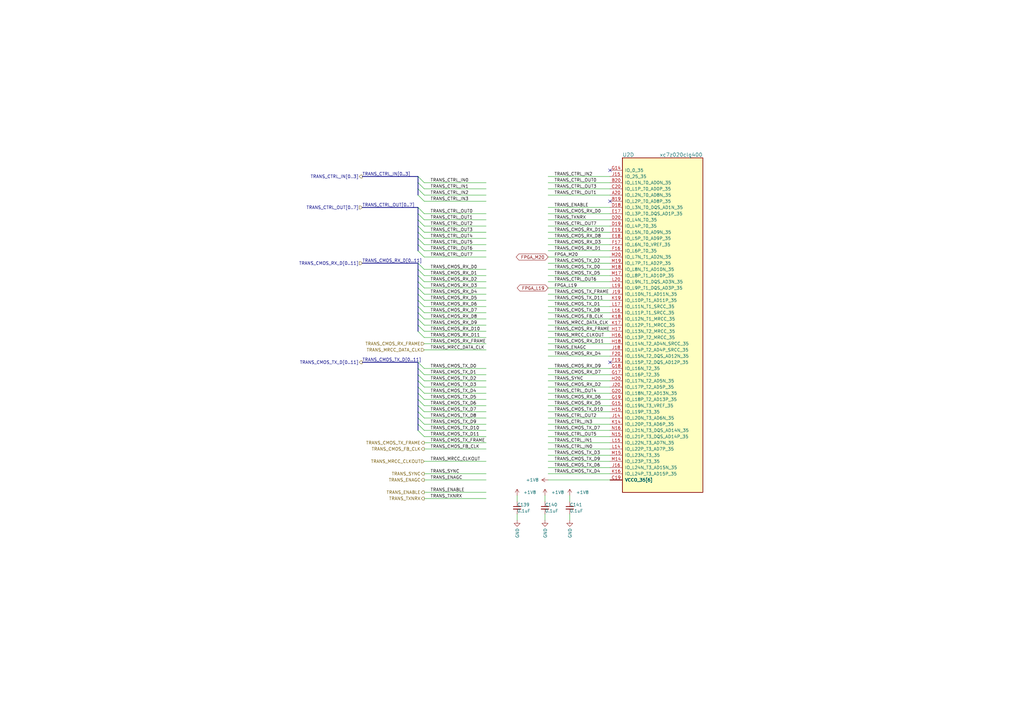
<source format=kicad_sch>
(kicad_sch (version 20220126) (generator eeschema)
  (paper "A3")
  (lib_symbols
    (symbol "7z010_ddr:xc7z020clg400" (pin_names (offset 1.016))
      (property "Reference" "U" (at 2.54 6.35 0))
      (property "Value" "xc7z020clg400" (at 12.7 6.35 0))
      (symbol "xc7z020clg400_1_1"
        (pin power_in line (at 0 -17.78 0) (length 5.08) (name "RSVDGND") (number "F10"))
        (pin power_in line (at 0 -40.64 0) (length 5.08) (name "VCCBATT_0") (number "F11"))
        (pin output line (at 0 -33.02 0) (length 5.08) (name "TDO_0") (number "F6"))
        (pin input line (at 0 -27.94 0) (length 5.08) (name "TCK_0") (number "F9"))
        (pin input line (at 0 -30.48 0) (length 5.08) (name "TDI_0") (number "G6"))
        (pin power_in line (at 0 -10.16 0) (length 5.08) (name "GNDADC_0") (number "J10"))
        (pin input line (at 0 -35.56 0) (length 5.08) (name "TMS_0") (number "J6"))
        (pin power_in line (at 0 -38.1 0) (length 5.08) (name "VCCADC_0") (number "J9"))
        (pin input line (at 0 -50.8 0) (length 5.08) (name "VREFN_0") (number "K10"))
        (pin power_in line (at 0 -43.18 0) (length 5.08) (name "VCCO_0") (number "K6"))
        (pin input line (at 0 -48.26 0) (length 5.08) (name "VP_0") (number "K9"))
        (pin input line (at 0 -45.72 0) (length 5.08) (name "VN_0") (number "L10"))
        (pin input line (at 0 -15.24 0) (length 5.08) (name "PROGRAM_B_0") (number "L6"))
        (pin input line (at 0 -53.34 0) (length 5.08) (name "VREFP_0") (number "L9"))
        (pin passive line (at 0 -5.08 0) (length 5.08) (name "DXN_0") (number "M10"))
        (pin input line (at 0 0 0) (length 5.08) (name "CFGBVS_0") (number "M6"))
        (pin passive line (at 0 -7.62 0) (length 5.08) (name "DXP_0") (number "M9"))
        (pin power_in line (at 0 -25.4 0) (length 5.08) (name "RSVDVCC3") (number "N6"))
        (pin input line (at 0 -12.7 0) (length 5.08) (name "INIT_B_0") (number "R10"))
        (pin output line (at 0 -2.54 0) (length 5.08) (name "DONE_0") (number "R11"))
        (pin power_in line (at 0 -22.86 0) (length 5.08) (name "RSVDVCC2") (number "R6"))
        (pin power_in line (at 0 -20.32 0) (length 5.08) (name "RSVDVCC1") (number "T6"))
      )
      (symbol "xc7z020clg400_2_1"
        (pin bidirectional line (at 0 -43.18 0) (length 5.08) (name "IO_L19P_T3_13") (number "T5"))
        (pin power_in line (at 0 -66.04 0) (length 5.08) (name "VCCO_13[4]") (number "T8"))
        (pin bidirectional line (at 0 -7.62 0) (length 5.08) (name "IO_L12P_T1_MRCC_13") (number "T9"))
        (pin bidirectional line (at 0 -10.16 0) (length 5.08) (name "IO_L12N_T1_MRCC_13") (number "U10"))
        (pin power_in line (at 0 -66.04 0) (length 5.08) (name "VCCO_13[4]") (number "U11"))
        (pin bidirectional line (at 0 -45.72 0) (length 5.08) (name "IO_L19N_T3_VREF_13") (number "U5"))
        (pin bidirectional line (at 0 -2.54 0) (length 5.08) (name "IO_L11P_T1_SRCC_13") (number "U7"))
        (pin bidirectional line (at 0 -35.56 0) (length 5.08) (name "IO_L17N_T2_13") (number "U8"))
        (pin bidirectional line (at 0 -33.02 0) (length 5.08) (name "IO_L17P_T2_13") (number "U9"))
        (pin bidirectional line (at 0 -55.88 0) (length 5.08) (name "IO_L21N_T3_DQS_13") (number "V10"))
        (pin bidirectional line (at 0 -53.34 0) (length 5.08) (name "IO_L21P_T3_DQS_13") (number "V11"))
        (pin bidirectional line (at 0 0 0) (length 5.08) (name "IO_L6N_T0_VREF_13") (number "V5"))
        (pin bidirectional line (at 0 -58.42 0) (length 5.08) (name "IO_L22P_T3_13") (number "V6"))
        (pin bidirectional line (at 0 -5.08 0) (length 5.08) (name "IO_L11N_T1_SRCC_13") (number "V7"))
        (pin bidirectional line (at 0 -22.86 0) (length 5.08) (name "IO_L15P_T2_DQS_13") (number "V8"))
        (pin bidirectional line (at 0 -27.94 0) (length 5.08) (name "IO_L16P_T2_13") (number "W10"))
        (pin bidirectional line (at 0 -38.1 0) (length 5.08) (name "IO_L18P_T2_13") (number "W11"))
        (pin bidirectional line (at 0 -60.96 0) (length 5.08) (name "IO_L22N_T3_13") (number "W6"))
        (pin power_in line (at 0 -66.04 0) (length 5.08) (name "VCCO_13[4]") (number "W7"))
        (pin bidirectional line (at 0 -25.4 0) (length 5.08) (name "IO_L15N_T2_DQS_13") (number "W8"))
        (pin bidirectional line (at 0 -30.48 0) (length 5.08) (name "IO_L16N_T2_13") (number "W9"))
        (pin power_in line (at 0 -66.04 0) (length 5.08) (name "VCCO_13[4]") (number "Y10"))
        (pin bidirectional line (at 0 -40.64 0) (length 5.08) (name "IO_L18N_T2_13") (number "Y11"))
        (pin bidirectional line (at 0 -48.26 0) (length 5.08) (name "IO_L20P_T3_13") (number "Y12"))
        (pin bidirectional line (at 0 -50.8 0) (length 5.08) (name "IO_L20N_T3_13") (number "Y13"))
        (pin bidirectional line (at 0 -15.24 0) (length 5.08) (name "IO_L13N_T2_MRCC_13") (number "Y6"))
        (pin bidirectional line (at 0 -12.7 0) (length 5.08) (name "IO_L13P_T2_MRCC_13") (number "Y7"))
        (pin bidirectional line (at 0 -20.32 0) (length 5.08) (name "IO_L14N_T2_SRCC_13") (number "Y8"))
        (pin bidirectional line (at 0 -17.78 0) (length 5.08) (name "IO_L14P_T2_SRCC_13") (number "Y9"))
      )
      (symbol "xc7z020clg400_3_1"
        (pin bidirectional line (at 0 -119.38 0) (length 5.08) (name "IO_L23P_T3_34") (number "N17"))
        (pin bidirectional line (at 0 -68.58 0) (length 5.08) (name "IO_L13P_T2_MRCC_34") (number "N18"))
        (pin power_in line (at 0 -127 0) (length 5.08) (name "VCCO_34[6]") (number "N19"))
        (pin bidirectional line (at 0 -73.66 0) (length 5.08) (name "IO_L14P_T2_SRCC_34") (number "N20"))
        (pin bidirectional line (at 0 -33.02 0) (length 5.08) (name "IO_L6P_T0_34") (number "P14"))
        (pin bidirectional line (at 0 -124.46 0) (length 5.08) (name "IO_L24P_T3_34") (number "P15"))
        (pin bidirectional line (at 0 -121.92 0) (length 5.08) (name "IO_L24N_T3_34") (number "P16"))
        (pin bidirectional line (at 0 -116.84 0) (length 5.08) (name "IO_L23N_T3_34") (number "P18"))
        (pin bidirectional line (at 0 -66.04 0) (length 5.08) (name "IO_L13N_T2_MRCC_34") (number "P19"))
        (pin bidirectional line (at 0 -71.12 0) (length 5.08) (name "IO_L14N_T2_SRCC_34") (number "P20"))
        (pin bidirectional line (at 0 -30.48 0) (length 5.08) (name "IO_L6N_T0_VREF_34") (number "R14"))
        (pin power_in line (at 0 -127 0) (length 5.08) (name "VCCO_34[6]") (number "R15"))
        (pin bidirectional line (at 0 -99.06 0) (length 5.08) (name "IO_L19P_T3_34") (number "R16"))
        (pin bidirectional line (at 0 -96.52 0) (length 5.08) (name "IO_L19N_T3_VREF_34") (number "R17"))
        (pin bidirectional line (at 0 -101.6 0) (length 5.08) (name "IO_L20N_T3_34") (number "R18"))
        (pin bidirectional line (at 0 0 0) (length 5.08) (name "IO_0_34") (number "R19"))
        (pin bidirectional line (at 0 -5.08 0) (length 5.08) (name "IO_L1N_T0_34") (number "T10"))
        (pin bidirectional line (at 0 -7.62 0) (length 5.08) (name "IO_L1P_T0_34") (number "T11"))
        (pin bidirectional line (at 0 -12.7 0) (length 5.08) (name "IO_L2P_T0_34") (number "T12"))
        (pin bidirectional line (at 0 -27.94 0) (length 5.08) (name "IO_L5P_T0_34") (number "T14"))
        (pin bidirectional line (at 0 -25.4 0) (length 5.08) (name "IO_L5N_T0_34") (number "T15"))
        (pin bidirectional line (at 0 -48.26 0) (length 5.08) (name "IO_L9P_T1_DQS_34") (number "T16"))
        (pin bidirectional line (at 0 -104.14 0) (length 5.08) (name "IO_L20P_T3_34") (number "T17"))
        (pin power_in line (at 0 -127 0) (length 5.08) (name "VCCO_34[6]") (number "T18"))
        (pin bidirectional line (at 0 -2.54 0) (length 5.08) (name "IO_25_34") (number "T19"))
        (pin bidirectional line (at 0 -78.74 0) (length 5.08) (name "IO_L15P_T2_DQS_34") (number "T20"))
        (pin bidirectional line (at 0 -10.16 0) (length 5.08) (name "IO_L2N_T0_34") (number "U12"))
        (pin bidirectional line (at 0 -17.78 0) (length 5.08) (name "IO_L3P_T0_DQS_PUDC_B_34") (number "U13"))
        (pin bidirectional line (at 0 -58.42 0) (length 5.08) (name "IO_L11P_T1_SRCC_34") (number "U14"))
        (pin bidirectional line (at 0 -55.88 0) (length 5.08) (name "IO_L11N_T1_SRCC_34") (number "U15"))
        (pin bidirectional line (at 0 -45.72 0) (length 5.08) (name "IO_L9N_T1_DQS_34") (number "U17"))
        (pin bidirectional line (at 0 -63.5 0) (length 5.08) (name "IO_L12P_T1_MRCC_34") (number "U18"))
        (pin bidirectional line (at 0 -60.96 0) (length 5.08) (name "IO_L12N_T1_MRCC_34") (number "U19"))
        (pin bidirectional line (at 0 -76.2 0) (length 5.08) (name "IO_L15N_T2_DQS_34") (number "U20"))
        (pin bidirectional line (at 0 -22.86 0) (length 5.08) (name "IO_L4P_T0_34") (number "V12"))
        (pin bidirectional line (at 0 -15.24 0) (length 5.08) (name "IO_L3N_T0_DQS_34") (number "V13"))
        (pin power_in line (at 0 -127 0) (length 5.08) (name "VCCO_34[6]") (number "V14"))
        (pin bidirectional line (at 0 -53.34 0) (length 5.08) (name "IO_L10P_T1_34") (number "V15"))
        (pin bidirectional line (at 0 -93.98 0) (length 5.08) (name "IO_L18P_T2_34") (number "V16"))
        (pin bidirectional line (at 0 -109.22 0) (length 5.08) (name "IO_L21P_T3_DQS_34") (number "V17"))
        (pin bidirectional line (at 0 -106.68 0) (length 5.08) (name "IO_L21N_T3_DQS_34") (number "V18"))
        (pin bidirectional line (at 0 -83.82 0) (length 5.08) (name "IO_L16P_T2_34") (number "V20"))
        (pin bidirectional line (at 0 -20.32 0) (length 5.08) (name "IO_L4N_T0_34") (number "W13"))
        (pin bidirectional line (at 0 -43.18 0) (length 5.08) (name "IO_L8P_T1_34") (number "W14"))
        (pin bidirectional line (at 0 -50.8 0) (length 5.08) (name "IO_L10N_T1_34") (number "W15"))
        (pin bidirectional line (at 0 -91.44 0) (length 5.08) (name "IO_L18N_T2_34") (number "W16"))
        (pin power_in line (at 0 -127 0) (length 5.08) (name "VCCO_34[6]") (number "W17"))
        (pin bidirectional line (at 0 -114.3 0) (length 5.08) (name "IO_L22P_T3_34") (number "W18"))
        (pin bidirectional line (at 0 -111.76 0) (length 5.08) (name "IO_L22N_T3_34") (number "W19"))
        (pin bidirectional line (at 0 -81.28 0) (length 5.08) (name "IO_L16N_T2_34") (number "W20"))
        (pin bidirectional line (at 0 -40.64 0) (length 5.08) (name "IO_L8N_T1_34") (number "Y14"))
        (pin bidirectional line (at 0 -38.1 0) (length 5.08) (name "IO_L7P_T1_34") (number "Y16"))
        (pin bidirectional line (at 0 -35.56 0) (length 5.08) (name "IO_L7N_T1_34") (number "Y17"))
        (pin bidirectional line (at 0 -88.9 0) (length 5.08) (name "IO_L17P_T2_34") (number "Y18"))
        (pin bidirectional line (at 0 -86.36 0) (length 5.08) (name "IO_L17N_T2_34") (number "Y19"))
        (pin power_in line (at 0 -127 0) (length 5.08) (name "VCCO_34[6]") (number "Y20"))
      )
      (symbol "xc7z020clg400_4_1"
        (pin bidirectional line (at 0 -10.16 0) (length 5.08) (name "IO_L2N_T0_AD8N_35") (number "A20"))
        (pin bidirectional line (at 0 -12.7 0) (length 5.08) (name "IO_L2P_T0_AD8P_35") (number "B19"))
        (pin bidirectional line (at 0 -5.08 0) (length 5.08) (name "IO_L1N_T0_AD0N_35") (number "B20"))
        (pin power_in line (at 0 -127 0) (length 5.08) (name "VCCO_35[6]") (number "C19"))
        (pin bidirectional line (at 0 -7.62 0) (length 5.08) (name "IO_L1P_T0_AD0P_35") (number "C20"))
        (pin bidirectional line (at 0 -15.24 0) (length 5.08) (name "IO_L3N_T0_DQS_AD1N_35") (number "D18"))
        (pin bidirectional line (at 0 -22.86 0) (length 5.08) (name "IO_L4P_T0_35") (number "D19"))
        (pin bidirectional line (at 0 -20.32 0) (length 5.08) (name "IO_L4N_T0_35") (number "D20"))
        (pin bidirectional line (at 0 -17.78 0) (length 5.08) (name "IO_L3P_T0_DQS_AD1P_35") (number "E17"))
        (pin bidirectional line (at 0 -27.94 0) (length 5.08) (name "IO_L5P_T0_AD9P_35") (number "E18"))
        (pin bidirectional line (at 0 -25.4 0) (length 5.08) (name "IO_L5N_T0_AD9N_35") (number "E19"))
        (pin bidirectional line (at 0 -33.02 0) (length 5.08) (name "IO_L6P_T0_35") (number "F16"))
        (pin bidirectional line (at 0 -30.48 0) (length 5.08) (name "IO_L6N_T0_VREF_35") (number "F17"))
        (pin power_in line (at 0 -127 0) (length 5.08) (name "VCCO_35[6]") (number "F18"))
        (pin bidirectional line (at 0 -78.74 0) (length 5.08) (name "IO_L15P_T2_DQS_AD12P_35") (number "F19"))
        (pin bidirectional line (at 0 -76.2 0) (length 5.08) (name "IO_L15N_T2_DQS_AD12N_35") (number "F20"))
        (pin bidirectional line (at 0 0 0) (length 5.08) (name "IO_0_35") (number "G14"))
        (pin bidirectional line (at 0 -96.52 0) (length 5.08) (name "IO_L19N_T3_VREF_35") (number "G15"))
        (pin bidirectional line (at 0 -83.82 0) (length 5.08) (name "IO_L16P_T2_35") (number "G17"))
        (pin bidirectional line (at 0 -81.28 0) (length 5.08) (name "IO_L16N_T2_35") (number "G18"))
        (pin bidirectional line (at 0 -93.98 0) (length 5.08) (name "IO_L18P_T2_AD13P_35") (number "G19"))
        (pin bidirectional line (at 0 -91.44 0) (length 5.08) (name "IO_L18N_T2_AD13N_35") (number "G20"))
        (pin power_in line (at 0 -127 0) (length 5.08) (name "VCCO_35[6]") (number "H14"))
        (pin bidirectional line (at 0 -99.06 0) (length 5.08) (name "IO_L19P_T3_35") (number "H15"))
        (pin bidirectional line (at 0 -68.58 0) (length 5.08) (name "IO_L13P_T2_MRCC_35") (number "H16"))
        (pin bidirectional line (at 0 -66.04 0) (length 5.08) (name "IO_L13N_T2_MRCC_35") (number "H17"))
        (pin bidirectional line (at 0 -71.12 0) (length 5.08) (name "IO_L14N_T2_AD4N_SRCC_35") (number "H18"))
        (pin bidirectional line (at 0 -86.36 0) (length 5.08) (name "IO_L17N_T2_AD5N_35") (number "H20"))
        (pin bidirectional line (at 0 -101.6 0) (length 5.08) (name "IO_L20N_T3_AD6N_35") (number "J14"))
        (pin bidirectional line (at 0 -2.54 0) (length 5.08) (name "IO_25_35") (number "J15"))
        (pin bidirectional line (at 0 -121.92 0) (length 5.08) (name "IO_L24N_T3_AD15N_35") (number "J16"))
        (pin power_in line (at 0 -127 0) (length 5.08) (name "VCCO_35[6]") (number "J17"))
        (pin bidirectional line (at 0 -73.66 0) (length 5.08) (name "IO_L14P_T2_AD4P_SRCC_35") (number "J18"))
        (pin bidirectional line (at 0 -50.8 0) (length 5.08) (name "IO_L10N_T1_AD11N_35") (number "J19"))
        (pin bidirectional line (at 0 -88.9 0) (length 5.08) (name "IO_L17P_T2_AD5P_35") (number "J20"))
        (pin bidirectional line (at 0 -104.14 0) (length 5.08) (name "IO_L20P_T3_AD6P_35") (number "K14"))
        (pin bidirectional line (at 0 -124.46 0) (length 5.08) (name "IO_L24P_T3_AD15P_35") (number "K16"))
        (pin bidirectional line (at 0 -63.5 0) (length 5.08) (name "IO_L12P_T1_MRCC_35") (number "K17"))
        (pin bidirectional line (at 0 -60.96 0) (length 5.08) (name "IO_L12N_T1_MRCC_35") (number "K18"))
        (pin bidirectional line (at 0 -53.34 0) (length 5.08) (name "IO_L10P_T1_AD11P_35") (number "K19"))
        (pin power_in line (at 0 -127 0) (length 5.08) (name "VCCO_35[6]") (number "K20"))
        (pin bidirectional line (at 0 -114.3 0) (length 5.08) (name "IO_L22P_T3_AD7P_35") (number "L14"))
        (pin bidirectional line (at 0 -111.76 0) (length 5.08) (name "IO_L22N_T3_AD7N_35") (number "L15"))
        (pin bidirectional line (at 0 -58.42 0) (length 5.08) (name "IO_L11P_T1_SRCC_35") (number "L16"))
        (pin bidirectional line (at 0 -55.88 0) (length 5.08) (name "IO_L11N_T1_SRCC_35") (number "L17"))
        (pin bidirectional line (at 0 -48.26 0) (length 5.08) (name "IO_L9P_T1_DQS_AD3P_35") (number "L19"))
        (pin bidirectional line (at 0 -45.72 0) (length 5.08) (name "IO_L9N_T1_DQS_AD3N_35") (number "L20"))
        (pin bidirectional line (at 0 -119.38 0) (length 5.08) (name "IO_L23P_T3_35") (number "M14"))
        (pin bidirectional line (at 0 -116.84 0) (length 5.08) (name "IO_L23N_T3_35") (number "M15"))
        (pin power_in line (at 0 -127 0) (length 5.08) (name "VCCO_35[6]") (number "M16"))
        (pin bidirectional line (at 0 -43.18 0) (length 5.08) (name "IO_L8P_T1_AD10P_35") (number "M17"))
        (pin bidirectional line (at 0 -40.64 0) (length 5.08) (name "IO_L8N_T1_AD10N_35") (number "M18"))
        (pin bidirectional line (at 0 -38.1 0) (length 5.08) (name "IO_L7P_T1_AD2P_35") (number "M19"))
        (pin bidirectional line (at 0 -35.56 0) (length 5.08) (name "IO_L7N_T1_AD2N_35") (number "M20"))
        (pin bidirectional line (at 0 -109.22 0) (length 5.08) (name "IO_L21P_T3_DQS_AD14P_35") (number "N15"))
        (pin bidirectional line (at 0 -106.68 0) (length 5.08) (name "IO_L21N_T3_DQS_AD14N_35") (number "N16"))
      )
      (symbol "xc7z020clg400_5_1"
        (pin bidirectional line (at 0 -17.78 0) (length 5.08) (name "PS_MIO6_500") (number "A5"))
        (pin bidirectional line (at 0 -15.24 0) (length 5.08) (name "PS_MIO5_500") (number "A6"))
        (pin bidirectional line (at 0 -5.08 0) (length 5.08) (name "PS_MIO1_500") (number "A7"))
        (pin bidirectional line (at 0 -25.4 0) (length 5.08) (name "PS_MIO9_500") (number "B5"))
        (pin power_in line (at 0 -45.72 0) (length 5.08) (name "VCCO_MIO0_500[2]") (number "B6"))
        (pin bidirectional line (at 0 -12.7 0) (length 5.08) (name "PS_MIO4_500") (number "B7"))
        (pin bidirectional line (at 0 -7.62 0) (length 5.08) (name "PS_MIO2_500") (number "B8"))
        (pin bidirectional line (at 0 -38.1 0) (length 5.08) (name "PS_MIO14_500") (number "C5"))
        (pin bidirectional line (at 0 -30.48 0) (length 5.08) (name "PS_MIO11_500") (number "C6"))
        (pin input line (at 0 -43.18 0) (length 5.08) (name "PS_POR_B_500") (number "C7"))
        (pin bidirectional line (at 0 -40.64 0) (length 5.08) (name "PS_MIO15_500") (number "C8"))
        (pin bidirectional line (at 0 -22.86 0) (length 5.08) (name "PS_MIO8_500") (number "D5"))
        (pin bidirectional line (at 0 -10.16 0) (length 5.08) (name "PS_MIO3_500") (number "D6"))
        (pin power_in line (at 0 -45.72 0) (length 5.08) (name "VCCO_MIO0_500[2]") (number "D7"))
        (pin bidirectional line (at 0 -20.32 0) (length 5.08) (name "PS_MIO7_500") (number "D8"))
        (pin bidirectional line (at 0 -33.02 0) (length 5.08) (name "PS_MIO12_500") (number "D9"))
        (pin bidirectional line (at 0 -2.54 0) (length 5.08) (name "PS_MIO0_500") (number "E6"))
        (pin input line (at 0 0 0) (length 5.08) (name "PS_CLK_500") (number "E7"))
        (pin bidirectional line (at 0 -35.56 0) (length 5.08) (name "PS_MIO13_500") (number "E8"))
        (pin bidirectional line (at 0 -27.94 0) (length 5.08) (name "PS_MIO10_500") (number "E9"))
      )
      (symbol "xc7z020clg400_6_1"
        (pin bidirectional line (at 0 -53.34 0) (length 5.08) (name "PS_MIO37_501") (number "A10"))
        (pin bidirectional line (at 0 -50.8 0) (length 5.08) (name "PS_MIO36_501") (number "A11"))
        (pin bidirectional line (at 0 -45.72 0) (length 5.08) (name "PS_MIO34_501") (number "A12"))
        (pin power_in line (at 0 -101.6 0) (length 5.08) (name "VCCO_MIO1_501[4]") (number "A13"))
        (pin bidirectional line (at 0 -40.64 0) (length 5.08) (name "PS_MIO32_501") (number "A14"))
        (pin bidirectional line (at 0 -25.4 0) (length 5.08) (name "PS_MIO26_501") (number "A15"))
        (pin bidirectional line (at 0 -20.32 0) (length 5.08) (name "PS_MIO24_501") (number "A16"))
        (pin bidirectional line (at 0 -10.16 0) (length 5.08) (name "PS_MIO20_501") (number "A17"))
        (pin bidirectional line (at 0 0 0) (length 5.08) (name "PS_MIO16_501") (number "A19"))
        (pin bidirectional line (at 0 -68.58 0) (length 5.08) (name "PS_MIO43_501") (number "A9"))
        (pin input line (at 0 -99.06 0) (length 5.08) (name "PS_SRST_B_501") (number "B10"))
        (pin bidirectional line (at 0 -81.28 0) (length 5.08) (name "PS_MIO48_501") (number "B12"))
        (pin bidirectional line (at 0 -86.36 0) (length 5.08) (name "PS_MIO50_501") (number "B13"))
        (pin bidirectional line (at 0 -78.74 0) (length 5.08) (name "PS_MIO47_501") (number "B14"))
        (pin bidirectional line (at 0 -73.66 0) (length 5.08) (name "PS_MIO45_501") (number "B15"))
        (pin power_in line (at 0 -101.6 0) (length 5.08) (name "VCCO_MIO1_501[4]") (number "B16"))
        (pin bidirectional line (at 0 -15.24 0) (length 5.08) (name "PS_MIO22_501") (number "B17"))
        (pin bidirectional line (at 0 -5.08 0) (length 5.08) (name "PS_MIO18_501") (number "B18"))
        (pin bidirectional line (at 0 -88.9 0) (length 5.08) (name "PS_MIO51_501") (number "B9"))
        (pin bidirectional line (at 0 -91.44 0) (length 5.08) (name "PS_MIO52_501") (number "C10"))
        (pin bidirectional line (at 0 -93.98 0) (length 5.08) (name "PS_MIO53_501") (number "C11"))
        (pin bidirectional line (at 0 -83.82 0) (length 5.08) (name "PS_MIO49_501") (number "C12"))
        (pin bidirectional line (at 0 -33.02 0) (length 5.08) (name "PS_MIO29_501") (number "C13"))
        (pin bidirectional line (at 0 -35.56 0) (length 5.08) (name "PS_MIO30_501") (number "C15"))
        (pin bidirectional line (at 0 -30.48 0) (length 5.08) (name "PS_MIO28_501") (number "C16"))
        (pin bidirectional line (at 0 -63.5 0) (length 5.08) (name "PS_MIO41_501") (number "C17"))
        (pin bidirectional line (at 0 -58.42 0) (length 5.08) (name "PS_MIO39_501") (number "C18"))
        (pin bidirectional line (at 0 -7.62 0) (length 5.08) (name "PS_MIO19_501") (number "D10"))
        (pin bidirectional line (at 0 -17.78 0) (length 5.08) (name "PS_MIO23_501") (number "D11"))
        (pin power_in line (at 0 -101.6 0) (length 5.08) (name "VCCO_MIO1_501[4]") (number "D12"))
        (pin bidirectional line (at 0 -27.94 0) (length 5.08) (name "PS_MIO27_501") (number "D13"))
        (pin bidirectional line (at 0 -60.96 0) (length 5.08) (name "PS_MIO40_501") (number "D14"))
        (pin bidirectional line (at 0 -43.18 0) (length 5.08) (name "PS_MIO33_501") (number "D15"))
        (pin bidirectional line (at 0 -76.2 0) (length 5.08) (name "PS_MIO46_501") (number "D16"))
        (pin power_in line (at 0 -96.52 0) (length 5.08) (name "PS_MIO_VREF_501") (number "E11"))
        (pin bidirectional line (at 0 -66.04 0) (length 5.08) (name "PS_MIO42_501") (number "E12"))
        (pin bidirectional line (at 0 -55.88 0) (length 5.08) (name "PS_MIO38_501") (number "E13"))
        (pin bidirectional line (at 0 -2.54 0) (length 5.08) (name "PS_MIO17_501") (number "E14"))
        (pin power_in line (at 0 -101.6 0) (length 5.08) (name "VCCO_MIO1_501[4]") (number "E15"))
        (pin bidirectional line (at 0 -38.1 0) (length 5.08) (name "PS_MIO31_501") (number "E16"))
        (pin bidirectional line (at 0 -48.26 0) (length 5.08) (name "PS_MIO35_501") (number "F12"))
        (pin bidirectional line (at 0 -71.12 0) (length 5.08) (name "PS_MIO44_501") (number "F13"))
        (pin bidirectional line (at 0 -12.7 0) (length 5.08) (name "PS_MIO21_501") (number "F14"))
        (pin bidirectional line (at 0 -22.86 0) (length 5.08) (name "PS_MIO25_501") (number "F15"))
      )
      (symbol "xc7z020clg400_7_1"
        (pin output line (at 0 -58.42 0) (length 5.08) (name "PS_DDR_DM0_502") (number "A1"))
        (pin bidirectional line (at 0 -73.66 0) (length 5.08) (name "PS_DDR_DQ2_502") (number "A2"))
        (pin power_in line (at 0 -190.5 0) (length 5.08) (name "VCCO_DDR_502[10]") (number "A3"))
        (pin bidirectional line (at 0 -76.2 0) (length 5.08) (name "PS_DDR_DQ3_502") (number "A4"))
        (pin bidirectional line (at 0 -149.86 0) (length 5.08) (name "PS_DDR_DQS_N0_502") (number "B2"))
        (pin bidirectional line (at 0 -71.12 0) (length 5.08) (name "PS_DDR_DQ1_502") (number "B3"))
        (pin output line (at 0 -170.18 0) (length 5.08) (name "PS_DDR_DRST_B_502") (number "B4"))
        (pin bidirectional line (at 0 -83.82 0) (length 5.08) (name "PS_DDR_DQ6_502") (number "C1"))
        (pin bidirectional line (at 0 -160.02 0) (length 5.08) (name "PS_DDR_DQS_P0_502") (number "C2"))
        (pin bidirectional line (at 0 -68.58 0) (length 5.08) (name "PS_DDR_DQ0_502") (number "C3"))
        (pin bidirectional line (at 0 -81.28 0) (length 5.08) (name "PS_DDR_DQ5_502") (number "D1"))
        (pin power_in line (at 0 -190.5 0) (length 5.08) (name "VCCO_DDR_502[10]") (number "D2"))
        (pin bidirectional line (at 0 -78.74 0) (length 5.08) (name "PS_DDR_DQ4_502") (number "D3"))
        (pin output line (at 0 -33.02 0) (length 5.08) (name "PS_DDR_A13_502") (number "D4"))
        (pin bidirectional line (at 0 -86.36 0) (length 5.08) (name "PS_DDR_DQ7_502") (number "E1"))
        (pin bidirectional line (at 0 -88.9 0) (length 5.08) (name "PS_DDR_DQ8_502") (number "E2"))
        (pin bidirectional line (at 0 -91.44 0) (length 5.08) (name "PS_DDR_DQ9_502") (number "E3"))
        (pin output line (at 0 -30.48 0) (length 5.08) (name "PS_DDR_A12_502") (number "E4"))
        (pin power_in line (at 0 -190.5 0) (length 5.08) (name "VCCO_DDR_502[10]") (number "E5"))
        (pin output line (at 0 -60.96 0) (length 5.08) (name "PS_DDR_DM1_502") (number "F1"))
        (pin bidirectional line (at 0 -152.4 0) (length 5.08) (name "PS_DDR_DQS_N1_502") (number "F2"))
        (pin output line (at 0 -35.56 0) (length 5.08) (name "PS_DDR_A14_502") (number "F4"))
        (pin output line (at 0 -25.4 0) (length 5.08) (name "PS_DDR_A10_502") (number "F5"))
        (pin power_in line (at 0 -190.5 0) (length 5.08) (name "VCCO_DDR_502[10]") (number "G1"))
        (pin bidirectional line (at 0 -162.56 0) (length 5.08) (name "PS_DDR_DQS_P1_502") (number "G2"))
        (pin bidirectional line (at 0 -93.98 0) (length 5.08) (name "PS_DDR_DQ10_502") (number "G3"))
        (pin output line (at 0 -27.94 0) (length 5.08) (name "PS_DDR_A11_502") (number "G4"))
        (pin power_out line (at 0 -182.88 0) (length 5.08) (name "PS_DDR_VRN_502") (number "G5"))
        (pin bidirectional line (at 0 -104.14 0) (length 5.08) (name "PS_DDR_DQ14_502") (number "H1"))
        (pin bidirectional line (at 0 -101.6 0) (length 5.08) (name "PS_DDR_DQ13_502") (number "H2"))
        (pin bidirectional line (at 0 -96.52 0) (length 5.08) (name "PS_DDR_DQ11_502") (number "H3"))
        (pin power_in line (at 0 -190.5 0) (length 5.08) (name "VCCO_DDR_502[10]") (number "H4"))
        (pin power_out line (at 0 -185.42 0) (length 5.08) (name "PS_DDR_VRP_502") (number "H5"))
        (pin power_in line (at 0 -177.8 0) (length 5.08) (name "PS_DDR_VREF0_502") (number "H6"))
        (pin bidirectional line (at 0 -106.68 0) (length 5.08) (name "PS_DDR_DQ15_502") (number "J1"))
        (pin bidirectional line (at 0 -99.06 0) (length 5.08) (name "PS_DDR_DQ12_502") (number "J3"))
        (pin output line (at 0 -22.86 0) (length 5.08) (name "PS_DDR_A9_502") (number "J4"))
        (pin output line (at 0 -43.18 0) (length 5.08) (name "PS_DDR_BA2_502") (number "J5"))
        (pin output line (at 0 -20.32 0) (length 5.08) (name "PS_DDR_A8_502") (number "K1"))
        (pin output line (at 0 -2.54 0) (length 5.08) (name "PS_DDR_A1_502") (number "K2"))
        (pin output line (at 0 -7.62 0) (length 5.08) (name "PS_DDR_A3_502") (number "K3"))
        (pin output line (at 0 -17.78 0) (length 5.08) (name "PS_DDR_A7_502") (number "K4"))
        (pin output line (at 0 -12.7 0) (length 5.08) (name "PS_DDR_A5_502") (number "L1"))
        (pin output line (at 0 -53.34 0) (length 5.08) (name "PS_DDR_CKP_502") (number "L2"))
        (pin power_in line (at 0 -190.5 0) (length 5.08) (name "VCCO_DDR_502[10]") (number "L3"))
        (pin output line (at 0 -15.24 0) (length 5.08) (name "PS_DDR_A6_502") (number "L4"))
        (pin output line (at 0 -38.1 0) (length 5.08) (name "PS_DDR_BA0_502") (number "L5"))
        (pin output line (at 0 -50.8 0) (length 5.08) (name "PS_DDR_CKN_502") (number "M2"))
        (pin output line (at 0 -5.08 0) (length 5.08) (name "PS_DDR_A2_502") (number "M3"))
        (pin output line (at 0 -10.16 0) (length 5.08) (name "PS_DDR_A4_502") (number "M4"))
        (pin output line (at 0 -187.96 0) (length 5.08) (name "PS_DDR_WE_B_502") (number "M5"))
        (pin output line (at 0 -55.88 0) (length 5.08) (name "PS_DDR_CS_B_502") (number "N1"))
        (pin output line (at 0 0 0) (length 5.08) (name "PS_DDR_A0_502") (number "N2"))
        (pin output line (at 0 -48.26 0) (length 5.08) (name "PS_DDR_CKE_502") (number "N3"))
        (pin output line (at 0 -172.72 0) (length 5.08) (name "PS_DDR_ODT_502") (number "N5"))
        (pin bidirectional line (at 0 -109.22 0) (length 5.08) (name "PS_DDR_DQ16_502") (number "P1"))
        (pin power_in line (at 0 -190.5 0) (length 5.08) (name "VCCO_DDR_502[10]") (number "P2"))
        (pin bidirectional line (at 0 -111.76 0) (length 5.08) (name "PS_DDR_DQ17_502") (number "P3"))
        (pin output line (at 0 -175.26 0) (length 5.08) (name "PS_DDR_RAS_B_502") (number "P4"))
        (pin output line (at 0 -45.72 0) (length 5.08) (name "PS_DDR_CAS_B_502") (number "P5"))
        (pin power_in line (at 0 -180.34 0) (length 5.08) (name "PS_DDR_VREF1_502") (number "P6"))
        (pin bidirectional line (at 0 -116.84 0) (length 5.08) (name "PS_DDR_DQ19_502") (number "R1"))
        (pin bidirectional line (at 0 -165.1 0) (length 5.08) (name "PS_DDR_DQS_P2_502") (number "R2"))
        (pin bidirectional line (at 0 -114.3 0) (length 5.08) (name "PS_DDR_DQ18_502") (number "R3"))
        (pin output line (at 0 -40.64 0) (length 5.08) (name "PS_DDR_BA1_502") (number "R4"))
        (pin power_in line (at 0 -190.5 0) (length 5.08) (name "VCCO_DDR_502[10]") (number "R5"))
        (pin output line (at 0 -63.5 0) (length 5.08) (name "PS_DDR_DM2_502") (number "T1"))
        (pin bidirectional line (at 0 -154.94 0) (length 5.08) (name "PS_DDR_DQS_N2_502") (number "T2"))
        (pin bidirectional line (at 0 -119.38 0) (length 5.08) (name "PS_DDR_DQ20_502") (number "T4"))
        (pin power_in line (at 0 -190.5 0) (length 5.08) (name "VCCO_DDR_502[10]") (number "U1"))
        (pin bidirectional line (at 0 -124.46 0) (length 5.08) (name "PS_DDR_DQ22_502") (number "U2"))
        (pin bidirectional line (at 0 -127 0) (length 5.08) (name "PS_DDR_DQ23_502") (number "U3"))
        (pin bidirectional line (at 0 -121.92 0) (length 5.08) (name "PS_DDR_DQ21_502") (number "U4"))
        (pin bidirectional line (at 0 -129.54 0) (length 5.08) (name "PS_DDR_DQ24_502") (number "V1"))
        (pin bidirectional line (at 0 -144.78 0) (length 5.08) (name "PS_DDR_DQ30_502") (number "V2"))
        (pin bidirectional line (at 0 -147.32 0) (length 5.08) (name "PS_DDR_DQ31_502") (number "V3"))
        (pin power_in line (at 0 -190.5 0) (length 5.08) (name "VCCO_DDR_502[10]") (number "V4"))
        (pin bidirectional line (at 0 -134.62 0) (length 5.08) (name "PS_DDR_DQ26_502") (number "W1"))
        (pin bidirectional line (at 0 -142.24 0) (length 5.08) (name "PS_DDR_DQ29_502") (number "W3"))
        (pin bidirectional line (at 0 -157.48 0) (length 5.08) (name "PS_DDR_DQS_N3_502") (number "W4"))
        (pin bidirectional line (at 0 -167.64 0) (length 5.08) (name "PS_DDR_DQS_P3_502") (number "W5"))
        (pin output line (at 0 -66.04 0) (length 5.08) (name "PS_DDR_DM3_502") (number "Y1"))
        (pin bidirectional line (at 0 -139.7 0) (length 5.08) (name "PS_DDR_DQ28_502") (number "Y2"))
        (pin bidirectional line (at 0 -132.08 0) (length 5.08) (name "PS_DDR_DQ25_502") (number "Y3"))
        (pin bidirectional line (at 0 -137.16 0) (length 5.08) (name "PS_DDR_DQ27_502") (number "Y4"))
      )
      (symbol "xc7z020clg400_8_1"
        (pin power_in line (at 0 0 0) (length 5.08) (name "GND[59]") (number "A18"))
        (pin power_in line (at 0 0 0) (length 5.08) (name "GND[59]") (number "A8"))
        (pin power_in line (at 0 0 0) (length 5.08) (name "GND[59]") (number "B1"))
        (pin power_in line (at 0 0 0) (length 5.08) (name "GND[59]") (number "B11"))
        (pin power_in line (at 0 0 0) (length 5.08) (name "GND[59]") (number "C14"))
        (pin power_in line (at 0 0 0) (length 5.08) (name "GND[59]") (number "C4"))
        (pin power_in line (at 0 0 0) (length 5.08) (name "GND[59]") (number "C9"))
        (pin power_in line (at 0 0 0) (length 5.08) (name "GND[59]") (number "D17"))
        (pin power_in line (at 0 0 0) (length 5.08) (name "GND[59]") (number "E10"))
        (pin power_in line (at 0 0 0) (length 5.08) (name "GND[59]") (number "E20"))
        (pin power_in line (at 0 0 0) (length 5.08) (name "GND[59]") (number "F3"))
        (pin power_in line (at 0 0 0) (length 5.08) (name "GND[59]") (number "F7"))
        (pin power_in line (at 0 -10.16 0) (length 5.08) (name "VCCPAUX[5]") (number "F8"))
        (pin power_in line (at 0 0 0) (length 5.08) (name "GND[59]") (number "G10"))
        (pin power_in line (at 0 -5.08 0) (length 5.08) (name "VCCBRAM[2]") (number "G11"))
        (pin power_in line (at 0 0 0) (length 5.08) (name "GND[59]") (number "G12"))
        (pin power_in line (at 0 -7.62 0) (length 5.08) (name "VCCINT[9]") (number "G13"))
        (pin power_in line (at 0 0 0) (length 5.08) (name "GND[59]") (number "G16"))
        (pin power_in line (at 0 -12.7 0) (length 5.08) (name "VCCPINT[6]") (number "G7"))
        (pin power_in line (at 0 -15.24 0) (length 5.08) (name "VCCPLL") (number "G8"))
        (pin power_in line (at 0 -10.16 0) (length 5.08) (name "VCCPAUX[5]") (number "G9"))
        (pin power_in line (at 0 -5.08 0) (length 5.08) (name "VCCBRAM[2]") (number "H10"))
        (pin power_in line (at 0 0 0) (length 5.08) (name "GND[59]") (number "H11"))
        (pin power_in line (at 0 -7.62 0) (length 5.08) (name "VCCINT[9]") (number "H12"))
        (pin power_in line (at 0 0 0) (length 5.08) (name "GND[59]") (number "H13"))
        (pin power_in line (at 0 0 0) (length 5.08) (name "GND[59]") (number "H19"))
        (pin power_in line (at 0 0 0) (length 5.08) (name "GND[59]") (number "H7"))
        (pin power_in line (at 0 -10.16 0) (length 5.08) (name "VCCPAUX[5]") (number "H8"))
        (pin power_in line (at 0 0 0) (length 5.08) (name "GND[59]") (number "H9"))
        (pin power_in line (at 0 -2.54 0) (length 5.08) (name "VCCAUX[6]") (number "J11"))
        (pin power_in line (at 0 0 0) (length 5.08) (name "GND[59]") (number "J12"))
        (pin power_in line (at 0 -7.62 0) (length 5.08) (name "VCCINT[9]") (number "J13"))
        (pin power_in line (at 0 0 0) (length 5.08) (name "GND[59]") (number "J2"))
        (pin power_in line (at 0 -12.7 0) (length 5.08) (name "VCCPINT[6]") (number "J7"))
        (pin power_in line (at 0 0 0) (length 5.08) (name "GND[59]") (number "J8"))
        (pin power_in line (at 0 0 0) (length 5.08) (name "GND[59]") (number "K11"))
        (pin power_in line (at 0 -7.62 0) (length 5.08) (name "VCCINT[9]") (number "K12"))
        (pin power_in line (at 0 0 0) (length 5.08) (name "GND[59]") (number "K13"))
        (pin power_in line (at 0 0 0) (length 5.08) (name "GND[59]") (number "K15"))
        (pin power_in line (at 0 0 0) (length 5.08) (name "GND[59]") (number "K5"))
        (pin power_in line (at 0 0 0) (length 5.08) (name "GND[59]") (number "K7"))
        (pin power_in line (at 0 -10.16 0) (length 5.08) (name "VCCPAUX[5]") (number "K8"))
        (pin power_in line (at 0 -2.54 0) (length 5.08) (name "VCCAUX[6]") (number "L11"))
        (pin power_in line (at 0 0 0) (length 5.08) (name "GND[59]") (number "L12"))
        (pin power_in line (at 0 -7.62 0) (length 5.08) (name "VCCINT[9]") (number "L13"))
        (pin power_in line (at 0 0 0) (length 5.08) (name "GND[59]") (number "L18"))
        (pin power_in line (at 0 -12.7 0) (length 5.08) (name "VCCPINT[6]") (number "L7"))
        (pin power_in line (at 0 0 0) (length 5.08) (name "GND[59]") (number "L8"))
        (pin power_in line (at 0 0 0) (length 5.08) (name "GND[59]") (number "M1"))
        (pin power_in line (at 0 0 0) (length 5.08) (name "GND[59]") (number "M11"))
        (pin power_in line (at 0 -7.62 0) (length 5.08) (name "VCCINT[9]") (number "M12"))
        (pin power_in line (at 0 0 0) (length 5.08) (name "GND[59]") (number "M13"))
        (pin power_in line (at 0 0 0) (length 5.08) (name "GND[59]") (number "M7"))
        (pin power_in line (at 0 -10.16 0) (length 5.08) (name "VCCPAUX[5]") (number "M8"))
        (pin power_in line (at 0 0 0) (length 5.08) (name "GND[59]") (number "N10"))
        (pin power_in line (at 0 -2.54 0) (length 5.08) (name "VCCAUX[6]") (number "N11"))
        (pin power_in line (at 0 0 0) (length 5.08) (name "GND[59]") (number "N12"))
        (pin power_in line (at 0 -7.62 0) (length 5.08) (name "VCCINT[9]") (number "N13"))
        (pin power_in line (at 0 0 0) (length 5.08) (name "GND[59]") (number "N14"))
        (pin power_in line (at 0 0 0) (length 5.08) (name "GND[59]") (number "N4"))
        (pin power_in line (at 0 -12.7 0) (length 5.08) (name "VCCPINT[6]") (number "N7"))
        (pin power_in line (at 0 0 0) (length 5.08) (name "GND[59]") (number "N8"))
        (pin power_in line (at 0 -2.54 0) (length 5.08) (name "VCCAUX[6]") (number "N9"))
        (pin power_in line (at 0 -2.54 0) (length 5.08) (name "VCCAUX[6]") (number "P10"))
        (pin power_in line (at 0 0 0) (length 5.08) (name "GND[59]") (number "P11"))
        (pin power_in line (at 0 -7.62 0) (length 5.08) (name "VCCINT[9]") (number "P12"))
        (pin power_in line (at 0 0 0) (length 5.08) (name "GND[59]") (number "P13"))
        (pin power_in line (at 0 0 0) (length 5.08) (name "GND[59]") (number "P17"))
        (pin power_in line (at 0 0 0) (length 5.08) (name "GND[59]") (number "P7"))
        (pin power_in line (at 0 -12.7 0) (length 5.08) (name "VCCPINT[6]") (number "P8"))
        (pin power_in line (at 0 0 0) (length 5.08) (name "GND[59]") (number "P9"))
        (pin power_in line (at 0 0 0) (length 5.08) (name "GND[59]") (number "R12"))
        (pin power_in line (at 0 -7.62 0) (length 5.08) (name "VCCINT[9]") (number "R13"))
        (pin power_in line (at 0 0 0) (length 5.08) (name "GND[59]") (number "R20"))
        (pin power_in line (at 0 -12.7 0) (length 5.08) (name "VCCPINT[6]") (number "R7"))
        (pin power_in line (at 0 0 0) (length 5.08) (name "GND[59]") (number "R8"))
        (pin power_in line (at 0 -2.54 0) (length 5.08) (name "VCCAUX[6]") (number "R9"))
        (pin power_in line (at 0 0 0) (length 5.08) (name "GND[59]") (number "T13"))
        (pin power_in line (at 0 0 0) (length 5.08) (name "GND[59]") (number "T3"))
        (pin power_in line (at 0 0 0) (length 5.08) (name "GND[59]") (number "T7"))
        (pin power_in line (at 0 0 0) (length 5.08) (name "GND[59]") (number "U16"))
        (pin power_in line (at 0 0 0) (length 5.08) (name "GND[59]") (number "U6"))
        (pin power_in line (at 0 0 0) (length 5.08) (name "GND[59]") (number "V19"))
        (pin power_in line (at 0 0 0) (length 5.08) (name "GND[59]") (number "V9"))
        (pin power_in line (at 0 0 0) (length 5.08) (name "GND[59]") (number "W12"))
        (pin power_in line (at 0 0 0) (length 5.08) (name "GND[59]") (number "W2"))
        (pin power_in line (at 0 0 0) (length 5.08) (name "GND[59]") (number "Y15"))
        (pin power_in line (at 0 0 0) (length 5.08) (name "GND[59]") (number "Y5"))
      )
    )
    (symbol "Device:C_Small" (pin_numbers hide) (pin_names (offset 0.254) hide)
      (property "Reference" "C" (at 0.254 1.778 0))
      (property "Value" "C_Small" (at 0.254 -2.032 0))
      (symbol "C_Small_1_1"
        (pin passive line (at 0 2.54 270) (length 2.032) (name "~") (number "1"))
        (pin passive line (at 0 -2.54 90) (length 2.032) (name "~") (number "2"))
      )
    )
    (symbol "power:+1V8" (power) (pin_names (offset 0))
      (property "Value" "+1V8" (at 0 3.556 0))
      (symbol "+1V8_1_1"
        (pin power_in line (at 0 0 90) (length 0) hide (name "+1V8") (number "1"))
      )
    )
    (symbol "power:GND" (power) (pin_names (offset 0))
      (property "Value" "GND" (at 0 -3.81 0))
      (symbol "GND_1_1"
        (pin power_in line (at 0 0 270) (length 0) hide (name "GND") (number "1"))
      )
    )
  )
  (no_connect (at 250.19 148.59))
  (no_connect (at 250.19 69.85))
  (no_connect (at 250.19 82.55))
  (bus_entry (at 171.45 125.73) (size 2.54 2.54))
  (bus_entry (at 171.45 97.79) (size 2.54 2.54))
  (bus_entry (at 171.45 110.49) (size 2.54 2.54))
  (bus_entry (at 171.45 77.47) (size 2.54 2.54))
  (bus_entry (at 171.45 115.57) (size 2.54 2.54))
  (bus_entry (at 171.45 166.37) (size 2.54 2.54))
  (bus_entry (at 171.45 168.91) (size 2.54 2.54))
  (bus_entry (at 171.45 156.21) (size 2.54 2.54))
  (bus_entry (at 171.45 158.75) (size 2.54 2.54))
  (bus_entry (at 171.45 163.83) (size 2.54 2.54))
  (bus_entry (at 171.45 148.59) (size 2.54 2.54))
  (bus_entry (at 171.45 153.67) (size 2.54 2.54))
  (bus_entry (at 171.45 151.13) (size 2.54 2.54))
  (bus_entry (at 171.45 161.29) (size 2.54 2.54))
  (bus_entry (at 171.45 171.45) (size 2.54 2.54))
  (bus_entry (at 171.45 176.53) (size 2.54 2.54))
  (bus_entry (at 171.45 173.99) (size 2.54 2.54))
  (bus_entry (at 171.45 133.35) (size 2.54 2.54))
  (bus_entry (at 171.45 87.63) (size 2.54 2.54))
  (bus_entry (at 171.45 102.87) (size 2.54 2.54))
  (bus_entry (at 171.45 74.93) (size 2.54 2.54))
  (bus_entry (at 171.45 72.39) (size 2.54 2.54))
  (bus_entry (at 171.45 128.27) (size 2.54 2.54))
  (bus_entry (at 171.45 95.25) (size 2.54 2.54))
  (bus_entry (at 171.45 85.09) (size 2.54 2.54))
  (bus_entry (at 171.45 120.65) (size 2.54 2.54))
  (bus_entry (at 171.45 135.89) (size 2.54 2.54))
  (bus_entry (at 171.45 92.71) (size 2.54 2.54))
  (bus_entry (at 171.45 100.33) (size 2.54 2.54))
  (bus_entry (at 171.45 118.11) (size 2.54 2.54))
  (bus_entry (at 171.45 130.81) (size 2.54 2.54))
  (bus_entry (at 171.45 80.01) (size 2.54 2.54))
  (bus_entry (at 171.45 90.17) (size 2.54 2.54))
  (bus_entry (at 171.45 107.95) (size 2.54 2.54))
  (bus_entry (at 171.45 113.03) (size 2.54 2.54))
  (bus_entry (at 171.45 123.19) (size 2.54 2.54))
  (wire (pts (xy 224.79 163.83) (xy 250.19 163.83)))
  (wire (pts (xy 224.79 125.73) (xy 250.19 125.73)))
  (wire (pts (xy 224.79 92.71) (xy 250.19 92.71)))
  (bus (pts (xy 171.45 163.83) (xy 171.45 161.29)))
  (wire (pts (xy 173.99 158.75) (xy 199.39 158.75)))
  (wire (pts (xy 212.09 213.36) (xy 212.09 210.82)))
  (wire (pts (xy 224.79 153.67) (xy 250.19 153.67)))
  (wire (pts (xy 224.79 166.37) (xy 250.19 166.37)))
  (wire (pts (xy 173.99 140.97) (xy 199.39 140.97)))
  (wire (pts (xy 173.99 90.17) (xy 199.39 90.17)))
  (wire (pts (xy 224.79 135.89) (xy 250.19 135.89)))
  (bus (pts (xy 171.45 153.67) (xy 171.45 151.13)))
  (wire (pts (xy 224.79 85.09) (xy 250.19 85.09)))
  (bus (pts (xy 171.45 97.79) (xy 171.45 95.25)))
  (wire (pts (xy 173.99 74.93) (xy 199.39 74.93)))
  (wire (pts (xy 224.79 194.31) (xy 250.19 194.31)))
  (wire (pts (xy 224.79 128.27) (xy 250.19 128.27)))
  (bus (pts (xy 171.45 135.89) (xy 171.45 133.35)))
  (wire (pts (xy 173.99 120.65) (xy 199.39 120.65)))
  (wire (pts (xy 223.52 203.2) (xy 223.52 205.74)))
  (wire (pts (xy 224.79 171.45) (xy 250.19 171.45)))
  (bus (pts (xy 171.45 123.19) (xy 171.45 120.65)))
  (wire (pts (xy 224.79 168.91) (xy 250.19 168.91)))
  (bus (pts (xy 171.45 113.03) (xy 171.45 110.49)))
  (wire (pts (xy 173.99 92.71) (xy 199.39 92.71)))
  (wire (pts (xy 224.79 173.99) (xy 250.19 173.99)))
  (wire (pts (xy 173.99 153.67) (xy 199.39 153.67)))
  (wire (pts (xy 224.79 115.57) (xy 250.19 115.57)))
  (wire (pts (xy 173.99 115.57) (xy 199.39 115.57)))
  (wire (pts (xy 173.99 194.31) (xy 199.39 194.31)))
  (bus (pts (xy 171.45 95.25) (xy 171.45 92.71)))
  (wire (pts (xy 173.99 204.47) (xy 199.39 204.47)))
  (wire (pts (xy 173.99 110.49) (xy 199.39 110.49)))
  (wire (pts (xy 173.99 201.93) (xy 199.39 201.93)))
  (wire (pts (xy 233.68 203.2) (xy 233.68 205.74)))
  (wire (pts (xy 173.99 77.47) (xy 199.39 77.47)))
  (bus (pts (xy 171.45 130.81) (xy 171.45 128.27)))
  (wire (pts (xy 224.79 156.21) (xy 250.19 156.21)))
  (wire (pts (xy 224.79 133.35) (xy 250.19 133.35)))
  (wire (pts (xy 173.99 82.55) (xy 199.39 82.55)))
  (bus (pts (xy 171.45 173.99) (xy 171.45 171.45)))
  (wire (pts (xy 224.79 80.01) (xy 250.19 80.01)))
  (wire (pts (xy 224.79 191.77) (xy 250.19 191.77)))
  (wire (pts (xy 224.79 87.63) (xy 250.19 87.63)))
  (wire (pts (xy 224.79 138.43) (xy 250.19 138.43)))
  (wire (pts (xy 173.99 166.37) (xy 199.39 166.37)))
  (wire (pts (xy 173.99 151.13) (xy 199.39 151.13)))
  (wire (pts (xy 173.99 105.41) (xy 199.39 105.41)))
  (bus (pts (xy 171.45 158.75) (xy 171.45 156.21)))
  (wire (pts (xy 224.79 176.53) (xy 250.19 176.53)))
  (wire (pts (xy 173.99 133.35) (xy 199.39 133.35)))
  (wire (pts (xy 173.99 179.07) (xy 199.39 179.07)))
  (wire (pts (xy 173.99 118.11) (xy 199.39 118.11)))
  (wire (pts (xy 224.79 196.85) (xy 250.19 196.85)))
  (wire (pts (xy 173.99 80.01) (xy 199.39 80.01)))
  (wire (pts (xy 224.79 158.75) (xy 250.19 158.75)))
  (bus (pts (xy 148.59 85.09) (xy 171.45 85.09)))
  (bus (pts (xy 171.45 166.37) (xy 171.45 163.83)))
  (wire (pts (xy 173.99 196.85) (xy 199.39 196.85)))
  (wire (pts (xy 173.99 181.61) (xy 199.39 181.61)))
  (wire (pts (xy 233.68 213.36) (xy 233.68 210.82)))
  (wire (pts (xy 224.79 146.05) (xy 250.19 146.05)))
  (bus (pts (xy 171.45 74.93) (xy 171.45 72.39)))
  (bus (pts (xy 171.45 102.87) (xy 171.45 100.33)))
  (wire (pts (xy 224.79 74.93) (xy 250.19 74.93)))
  (wire (pts (xy 224.79 72.39) (xy 250.19 72.39)))
  (wire (pts (xy 224.79 113.03) (xy 250.19 113.03)))
  (wire (pts (xy 224.79 151.13) (xy 250.19 151.13)))
  (bus (pts (xy 148.59 107.95) (xy 171.45 107.95)))
  (wire (pts (xy 173.99 163.83) (xy 199.39 163.83)))
  (bus (pts (xy 171.45 156.21) (xy 171.45 153.67)))
  (wire (pts (xy 224.79 90.17) (xy 250.19 90.17)))
  (bus (pts (xy 171.45 151.13) (xy 171.45 148.59)))
  (bus (pts (xy 171.45 115.57) (xy 171.45 113.03)))
  (bus (pts (xy 171.45 171.45) (xy 171.45 168.91)))
  (wire (pts (xy 173.99 138.43) (xy 199.39 138.43)))
  (wire (pts (xy 173.99 128.27) (xy 199.39 128.27)))
  (wire (pts (xy 173.99 130.81) (xy 199.39 130.81)))
  (wire (pts (xy 224.79 100.33) (xy 250.19 100.33)))
  (wire (pts (xy 224.79 123.19) (xy 250.19 123.19)))
  (wire (pts (xy 224.79 107.95) (xy 250.19 107.95)))
  (wire (pts (xy 173.99 135.89) (xy 199.39 135.89)))
  (wire (pts (xy 173.99 100.33) (xy 199.39 100.33)))
  (wire (pts (xy 224.79 179.07) (xy 250.19 179.07)))
  (wire (pts (xy 224.79 143.51) (xy 250.19 143.51)))
  (wire (pts (xy 223.52 213.36) (xy 223.52 210.82)))
  (wire (pts (xy 224.79 110.49) (xy 250.19 110.49)))
  (wire (pts (xy 224.79 181.61) (xy 250.19 181.61)))
  (bus (pts (xy 171.45 118.11) (xy 171.45 115.57)))
  (wire (pts (xy 224.79 130.81) (xy 250.19 130.81)))
  (wire (pts (xy 173.99 173.99) (xy 199.39 173.99)))
  (bus (pts (xy 148.59 72.39) (xy 171.45 72.39)))
  (bus (pts (xy 171.45 80.01) (xy 171.45 77.47)))
  (wire (pts (xy 173.99 95.25) (xy 199.39 95.25)))
  (wire (pts (xy 173.99 125.73) (xy 199.39 125.73)))
  (wire (pts (xy 173.99 156.21) (xy 199.39 156.21)))
  (wire (pts (xy 173.99 87.63) (xy 199.39 87.63)))
  (wire (pts (xy 173.99 123.19) (xy 199.39 123.19)))
  (wire (pts (xy 224.79 102.87) (xy 250.19 102.87)))
  (wire (pts (xy 212.09 203.2) (xy 212.09 205.74)))
  (bus (pts (xy 171.45 128.27) (xy 171.45 125.73)))
  (bus (pts (xy 171.45 90.17) (xy 171.45 87.63)))
  (bus (pts (xy 171.45 161.29) (xy 171.45 158.75)))
  (wire (pts (xy 173.99 176.53) (xy 199.39 176.53)))
  (bus (pts (xy 171.45 92.71) (xy 171.45 90.17)))
  (wire (pts (xy 224.79 120.65) (xy 250.19 120.65)))
  (wire (pts (xy 173.99 168.91) (xy 199.39 168.91)))
  (wire (pts (xy 173.99 171.45) (xy 199.39 171.45)))
  (wire (pts (xy 224.79 184.15) (xy 250.19 184.15)))
  (bus (pts (xy 171.45 168.91) (xy 171.45 166.37)))
  (wire (pts (xy 173.99 102.87) (xy 199.39 102.87)))
  (wire (pts (xy 224.79 95.25) (xy 250.19 95.25)))
  (wire (pts (xy 173.99 97.79) (xy 199.39 97.79)))
  (wire (pts (xy 224.79 77.47) (xy 250.19 77.47)))
  (wire (pts (xy 224.79 186.69) (xy 250.19 186.69)))
  (wire (pts (xy 224.79 118.11) (xy 250.19 118.11)))
  (bus (pts (xy 148.59 148.59) (xy 171.45 148.59)))
  (bus (pts (xy 171.45 125.73) (xy 171.45 123.19)))
  (bus (pts (xy 171.45 100.33) (xy 171.45 97.79)))
  (wire (pts (xy 173.99 189.23) (xy 199.39 189.23)))
  (wire (pts (xy 173.99 143.51) (xy 199.39 143.51)))
  (wire (pts (xy 224.79 105.41) (xy 250.19 105.41)))
  (wire (pts (xy 224.79 97.79) (xy 250.19 97.79)))
  (bus (pts (xy 171.45 110.49) (xy 171.45 107.95)))
  (bus (pts (xy 171.45 77.47) (xy 171.45 74.93)))
  (bus (pts (xy 171.45 87.63) (xy 171.45 85.09)))
  (wire (pts (xy 173.99 161.29) (xy 199.39 161.29)))
  (wire (pts (xy 224.79 140.97) (xy 250.19 140.97)))
  (wire (pts (xy 224.79 161.29) (xy 250.19 161.29)))
  (bus (pts (xy 171.45 176.53) (xy 171.45 173.99)))
  (bus (pts (xy 171.45 120.65) (xy 171.45 118.11)))
  (wire (pts (xy 173.99 113.03) (xy 199.39 113.03)))
  (bus (pts (xy 171.45 133.35) (xy 171.45 130.81)))
  (wire (pts (xy 224.79 189.23) (xy 250.19 189.23)))
  (wire (pts (xy 173.99 184.15) (xy 199.39 184.15)))
  (label "TRANS_CMOS_TX_D11" (at 176.53 179.07 0))
  (label "TRANS_CMOS_TX_D6" (at 227.33 191.77 0))
  (label "TRANS_CMOS_RX_D2" (at 176.53 115.57 0))
  (label "TRANS_CMOS_RX_D9" (at 227.33 151.13 0))
  (label "TRANS_ENAGC" (at 227.33 143.51 0))
  (label "TRANS_CMOS_RX_D7" (at 227.33 153.67 0))
  (label "TRANS_CTRL_OUT5" (at 227.33 179.07 0))
  (label "TRANS_CMOS_RX_D[0..11]" (at 148.59 107.95 0))
  (label "TRANS_CMOS_RX_D11" (at 176.53 138.43 0))
  (label "TRANS_CMOS_RX_D6" (at 227.33 163.83 0))
  (label "TRANS_MRCC_CLKOUT" (at 227.33 138.43 0))
  (label "TRANS_CTRL_OUT4" (at 227.33 161.29 0))
  (label "TRANS_CMOS_TX_D2" (at 227.33 107.95 0))
  (label "TRANS_CMOS_RX_D4" (at 227.33 146.05 0))
  (label "TRANS_CTRL_OUT1" (at 176.53 90.17 0))
  (label "TRANS_CTRL_OUT7" (at 176.53 105.41 0))
  (label "FPGA_L19" (at 227.33 118.11 0))
  (label "TRANS_CMOS_TX_D7" (at 176.53 168.91 0))
  (label "TRANS_ENAGC" (at 176.53 196.85 0))
  (label "TRANS_CMOS_RX_D7" (at 176.53 128.27 0))
  (label "TRANS_CMOS_RX_D0" (at 176.53 110.49 0))
  (label "TRANS_CTRL_OUT3" (at 176.53 95.25 0))
  (label "TRANS_CMOS_RX_FRAME" (at 176.53 140.97 0))
  (label "TRANS_CMOS_RX_D3" (at 227.33 100.33 0))
  (label "TRANS_CMOS_TX_D0" (at 176.53 151.13 0))
  (label "FPGA_M20" (at 227.33 105.41 0))
  (label "TRANS_CMOS_TX_D5" (at 227.33 113.03 0))
  (label "TRANS_CTRL_OUT3" (at 227.33 77.47 0))
  (label "TRANS_CTRL_OUT1" (at 227.33 80.01 0))
  (label "TRANS_CMOS_TX_D7" (at 227.33 176.53 0))
  (label "TRANS_CTRL_OUT6" (at 176.53 102.87 0))
  (label "TRANS_CMOS_TX_D11" (at 227.33 123.19 0))
  (label "TRANS_CMOS_RX_D1" (at 176.53 113.03 0))
  (label "TRANS_SYNC" (at 176.53 194.31 0))
  (label "TRANS_CTRL_OUT6" (at 227.33 115.57 0))
  (label "TRANS_CTRL_IN0" (at 176.53 74.93 0))
  (label "TRANS_CMOS_TX_D10" (at 227.33 168.91 0))
  (label "TRANS_CMOS_RX_D6" (at 176.53 125.73 0))
  (label "TRANS_CMOS_RX_D1" (at 227.33 102.87 0))
  (label "TRANS_CMOS_TX_D5" (at 176.53 163.83 0))
  (label "TRANS_MRCC_DATA_CLK" (at 227.33 133.35 0))
  (label "TRANS_CMOS_TX_D4" (at 176.53 161.29 0))
  (label "TRANS_MRCC_CLKOUT" (at 176.53 189.23 0))
  (label "TRANS_CMOS_TX_D2" (at 176.53 156.21 0))
  (label "TRANS_CMOS_RX_D2" (at 227.33 158.75 0))
  (label "TRANS_CMOS_RX_D0" (at 227.33 87.63 0))
  (label "TRANS_CMOS_TX_D6" (at 176.53 166.37 0))
  (label "TRANS_CTRL_OUT2" (at 227.33 171.45 0))
  (label "TRANS_CMOS_TX_D3" (at 176.53 158.75 0))
  (label "TRANS_CTRL_IN1" (at 227.33 181.61 0))
  (label "TRANS_CMOS_TX_D0" (at 227.33 110.49 0))
  (label "TRANS_CTRL_IN[0..3]" (at 148.59 72.39 0))
  (label "TRANS_TXNRX" (at 176.53 204.47 0))
  (label "TRANS_CMOS_TX_D10" (at 176.53 176.53 0))
  (label "TRANS_CTRL_OUT2" (at 176.53 92.71 0))
  (label "TRANS_CMOS_RX_D11" (at 227.33 140.97 0))
  (label "TRANS_ENABLE" (at 176.53 201.93 0))
  (label "TRANS_CTRL_OUT4" (at 176.53 97.79 0))
  (label "TRANS_CMOS_TX_D9" (at 227.33 189.23 0))
  (label "TRANS_CMOS_TX_D4" (at 227.33 194.31 0))
  (label "TRANS_CMOS_RX_D5" (at 176.53 123.19 0))
  (label "TRANS_CTRL_OUT0" (at 176.53 87.63 0))
  (label "TRANS_CMOS_RX_D9" (at 176.53 133.35 0))
  (label "TRANS_TXNRX" (at 227.33 90.17 0))
  (label "TRANS_CMOS_FB_CLK" (at 227.33 130.81 0))
  (label "TRANS_CTRL_IN0" (at 227.33 184.15 0))
  (label "TRANS_CMOS_TX_D3" (at 227.33 186.69 0))
  (label "TRANS_CMOS_RX_D3" (at 176.53 118.11 0))
  (label "TRANS_CMOS_TX_D1" (at 227.33 125.73 0))
  (label "TRANS_CTRL_IN2" (at 227.33 72.39 0))
  (label "TRANS_CTRL_IN1" (at 176.53 77.47 0))
  (label "TRANS_CMOS_RX_D8" (at 176.53 130.81 0))
  (label "TRANS_ENABLE" (at 227.33 85.09 0))
  (label "TRANS_CTRL_OUT[0..7]" (at 148.59 85.09 0))
  (label "TRANS_CTRL_IN3" (at 176.53 82.55 0))
  (label "TRANS_CTRL_IN2" (at 176.53 80.01 0))
  (label "TRANS_CMOS_TX_D1" (at 176.53 153.67 0))
  (label "TRANS_CMOS_TX_D8" (at 227.33 128.27 0))
  (label "TRANS_CTRL_OUT0" (at 227.33 74.93 0))
  (label "TRANS_CMOS_RX_D4" (at 176.53 120.65 0))
  (label "TRANS_CMOS_RX_FRAME" (at 227.33 135.89 0))
  (label "TRANS_CMOS_TX_FRAME" (at 227.33 120.65 0))
  (label "TRANS_CMOS_TX_FRAME" (at 176.53 181.61 0))
  (label "TRANS_CMOS_TX_D8" (at 176.53 171.45 0))
  (label "TRANS_CMOS_RX_D10" (at 227.33 95.25 0))
  (label "TRANS_CTRL_IN3" (at 227.33 173.99 0))
  (label "TRANS_CTRL_OUT7" (at 227.33 92.71 0))
  (label "TRANS_CMOS_TX_D[0..11]" (at 148.59 148.59 0))
  (label "TRANS_MRCC_DATA_CLK" (at 176.53 143.51 0))
  (label "TRANS_SYNC" (at 227.33 156.21 0))
  (label "TRANS_CMOS_RX_D10" (at 176.53 135.89 0))
  (label "TRANS_CTRL_OUT5" (at 176.53 100.33 0))
  (label "TRANS_CMOS_TX_D9" (at 176.53 173.99 0))
  (label "TRANS_CMOS_FB_CLK" (at 176.53 184.15 0))
  (label "TRANS_CMOS_RX_D5" (at 227.33 166.37 0))
  (label "TRANS_CMOS_RX_D8" (at 227.33 97.79 0))
  (global_label "FPGA_M20" (shape bidirectional) (at 224.79 105.41 180) (property "Intersheetrefs" "${INTERSHEET_REFS}" (at 211.9357 105.41 0) (effects (justify right))))
  (global_label "FPGA_L19" (shape bidirectional) (at 224.79 118.11 180) (property "Intersheetrefs" "${INTERSHEET_REFS}" (at 212.3591 118.11 0) (effects (justify right))))
  (hierarchical_label "TRANS_MRCC_DATA_CLK" (shape input) (at 173.99 143.51 180))
  (hierarchical_label "TRANS_CTRL_IN[0..3]" (shape output) (at 148.59 72.39 180))
  (hierarchical_label "TRANS_CMOS_TX_FRAME" (shape output) (at 173.99 181.61 180))
  (hierarchical_label "TRANS_CMOS_RX_D[0..11]" (shape input) (at 148.59 107.95 180))
  (hierarchical_label "TRANS_TXNRX" (shape output) (at 173.99 204.47 180))
  (hierarchical_label "TRANS_CMOS_RX_FRAME" (shape input) (at 173.99 140.97 180))
  (hierarchical_label "TRANS_ENAGC" (shape output) (at 173.99 196.85 180))
  (hierarchical_label "TRANS_CMOS_TX_D[0..11]" (shape output) (at 148.59 148.59 180))
  (hierarchical_label "TRANS_MRCC_CLKOUT" (shape input) (at 173.99 189.23 180))
  (hierarchical_label "TRANS_ENABLE" (shape output) (at 173.99 201.93 180))
  (hierarchical_label "TRANS_CTRL_OUT[0..7]" (shape input) (at 148.59 85.09 180))
  (hierarchical_label "TRANS_CMOS_FB_CLK" (shape output) (at 173.99 184.15 180))
  (hierarchical_label "TRANS_SYNC" (shape output) (at 173.99 194.31 180))
  (symbol (lib_id "power:GND") (at 223.52 213.36 0) (unit 1)
    (property "Reference" "#PWR0255" (effects hide))
    (property "Value" "GND" (at 223.647 216.6112 90) (effects (justify right)))
  )
  (symbol (lib_id "Device:C_Small") (at 223.52 208.28 0) (unit 1)
    (property "Reference" "C140" (at 223.52 207.01 0) (effects (justify left)))
    (property "Value" "0.1uF" (at 223.52 209.55 0) (effects (justify left)))
    (property "Footprint" "Capacitor_SMD:C_0201_0603Metric" (effects hide))
  )
  (symbol (lib_id "power:+1V8") (at 233.68 203.2 0) (unit 1)
    (property "Reference" "#PWR0257" (effects hide))
    (property "Value" "+1V8" (at 236.22 201.93 0) (effects (justify left)))
  )
  (symbol (lib_id "power:+1V8") (at 223.52 203.2 0) (unit 1)
    (property "Reference" "#PWR0256" (effects hide))
    (property "Value" "+1V8" (at 226.06 201.93 0) (effects (justify left)))
  )
  (symbol (lib_id "Device:C_Small") (at 233.68 208.28 0) (unit 1)
    (property "Reference" "C141" (at 233.68 207.01 0) (effects (justify left)))
    (property "Value" "0.1uF" (at 233.68 209.55 0) (effects (justify left)))
    (property "Footprint" "Capacitor_SMD:C_0201_0603Metric" (effects hide))
  )
  (symbol (lib_id "power:+1V8") (at 212.09 203.2 0) (unit 1)
    (property "Reference" "#PWR0253" (effects hide))
    (property "Value" "+1V8" (at 214.63 201.93 0) (effects (justify left)))
  )
  (symbol (lib_id "power:+1V8") (at 224.79 196.85 90) (unit 1)
    (property "Reference" "#PWR0144" (effects hide))
    (property "Value" "+1V8" (at 220.98 196.8499 90) (effects (justify left)))
  )
  (symbol (lib_id "7z010_ddr:xc7z020clg400") (at 250.19 69.85 0) (unit 4)
    (property "Reference" "U2" (at 255.27 63.5 0) (effects (font (size 1.524 1.524)) (justify left)))
    (property "Value" "xc7z020clg400" (at 270.51 63.5 0) (effects (font (size 1.524 1.524)) (justify left)))
    (property "Footprint" "Package_CSP_Local:Xilinx_CLG400_020_Delay" (effects hide))
  )
  (symbol (lib_id "power:GND") (at 233.68 213.36 0) (unit 1)
    (property "Reference" "#PWR0258" (effects hide))
    (property "Value" "GND" (at 233.807 216.6112 90) (effects (justify right)))
  )
  (symbol (lib_id "power:GND") (at 212.09 213.36 0) (unit 1)
    (property "Reference" "#PWR0254" (effects hide))
    (property "Value" "GND" (at 212.217 216.6112 90) (effects (justify right)))
  )
  (symbol (lib_id "Device:C_Small") (at 212.09 208.28 0) (unit 1)
    (property "Reference" "C139" (at 212.09 207.01 0) (effects (justify left)))
    (property "Value" "0.1uF" (at 212.09 209.55 0) (effects (justify left)))
    (property "Footprint" "Capacitor_SMD:C_0201_0603Metric" (effects hide))
  )
)
</source>
